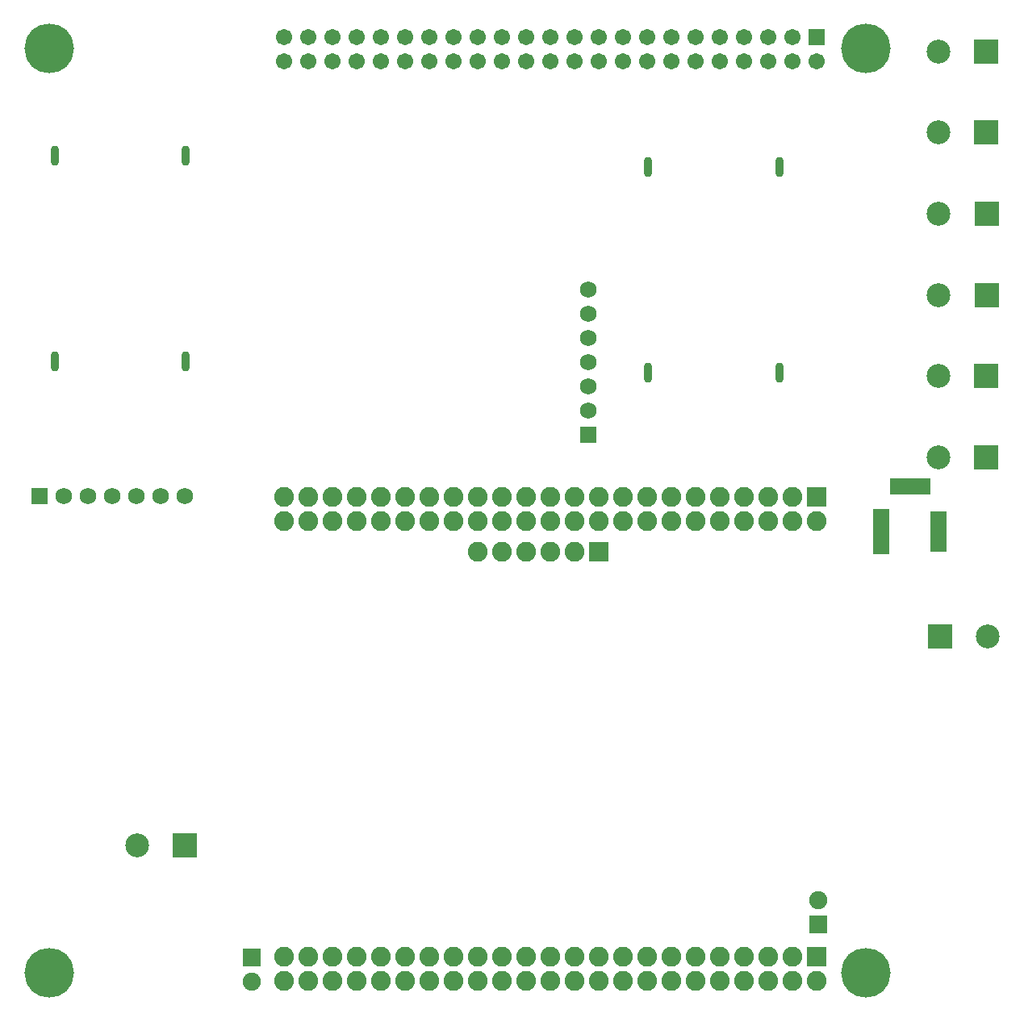
<source format=gbs>
G04*
G04 #@! TF.GenerationSoftware,Altium Limited,Altium Designer,20.1.14 (287)*
G04*
G04 Layer_Color=16711935*
%FSLAX44Y44*%
%MOMM*%
G71*
G04*
G04 #@! TF.SameCoordinates,45AFD5CB-E2DC-46B4-AC03-AB9053879BB0*
G04*
G04*
G04 #@! TF.FilePolarity,Negative*
G04*
G01*
G75*
%ADD98R,1.9032X1.9032*%
%ADD155C,1.7032*%
%ADD156R,1.7032X1.7032*%
%ADD157C,1.9032*%
%ADD158C,2.5032*%
%ADD159R,2.5032X2.5032*%
%ADD160C,2.0828*%
%ADD161R,2.0828X2.0828*%
%ADD162C,1.7332*%
%ADD163R,1.7332X1.7332*%
%ADD164R,1.7332X1.7332*%
%ADD165R,1.7032X4.2192*%
%ADD166R,4.2192X1.7032*%
%ADD167R,1.7032X4.7192*%
%ADD168C,5.2032*%
%ADD169C,0.0508*%
%ADD170C,0.0020*%
G04:AMPARAMS|DCode=198|XSize=2.1mm|YSize=0.8mm|CornerRadius=0.36mm|HoleSize=0mm|Usage=FLASHONLY|Rotation=90.000|XOffset=0mm|YOffset=0mm|HoleType=Round|Shape=RoundedRectangle|*
%AMROUNDEDRECTD198*
21,1,2.1000,0.0800,0,0,90.0*
21,1,1.3800,0.8000,0,0,90.0*
1,1,0.7200,0.0400,0.6900*
1,1,0.7200,0.0400,-0.6900*
1,1,0.7200,-0.0400,-0.6900*
1,1,0.7200,-0.0400,0.6900*
%
%ADD198ROUNDEDRECTD198*%
D98*
X846582Y90932D02*
D03*
X252222Y56388D02*
D03*
D155*
X286766Y996442D02*
D03*
X312166D02*
D03*
X337566D02*
D03*
X362966D02*
D03*
X388366D02*
D03*
X413766D02*
D03*
X439166D02*
D03*
X464566D02*
D03*
X489966D02*
D03*
X515366D02*
D03*
X540766D02*
D03*
X566166D02*
D03*
X591566D02*
D03*
X616966D02*
D03*
X642366D02*
D03*
X667766D02*
D03*
X693166D02*
D03*
X718566D02*
D03*
X743966D02*
D03*
X769366D02*
D03*
X794766D02*
D03*
X820166D02*
D03*
X845566D02*
D03*
X286766Y1021842D02*
D03*
X312166D02*
D03*
X337566D02*
D03*
X362966D02*
D03*
X388366D02*
D03*
X413766D02*
D03*
X439166D02*
D03*
X464566D02*
D03*
X489966D02*
D03*
X515366D02*
D03*
X540766D02*
D03*
X566166D02*
D03*
X591566D02*
D03*
X616966D02*
D03*
X642366D02*
D03*
X667766D02*
D03*
X693166D02*
D03*
X718566D02*
D03*
X743966D02*
D03*
X769366D02*
D03*
X794766D02*
D03*
X820166D02*
D03*
D156*
X845566D02*
D03*
D157*
X846582Y116332D02*
D03*
X252222Y30988D02*
D03*
D158*
X1024744Y393446D02*
D03*
X973220Y922020D02*
D03*
X131972Y173736D02*
D03*
X973220Y666242D02*
D03*
X973474Y836676D02*
D03*
X973220Y1007364D02*
D03*
X973450Y751408D02*
D03*
X973366Y580898D02*
D03*
D159*
X974744Y393446D02*
D03*
X1023220Y922020D02*
D03*
X181972Y173736D02*
D03*
X1023220Y666242D02*
D03*
X1023474Y836676D02*
D03*
X1023220Y1007364D02*
D03*
X1023450Y751408D02*
D03*
X1023366Y580898D02*
D03*
D160*
X820166Y539242D02*
D03*
X845566Y513842D02*
D03*
X794766Y539242D02*
D03*
X743966D02*
D03*
X769366D02*
D03*
X820166Y513842D02*
D03*
X769366D02*
D03*
X794766D02*
D03*
X743966D02*
D03*
X718566Y539242D02*
D03*
X693166Y513842D02*
D03*
X667766Y539242D02*
D03*
X693166D02*
D03*
X591566D02*
D03*
X642366D02*
D03*
X667766Y513842D02*
D03*
X616966Y539242D02*
D03*
X718566Y513842D02*
D03*
X642366D02*
D03*
X616966D02*
D03*
X591566D02*
D03*
Y482092D02*
D03*
X820166Y56642D02*
D03*
X769366D02*
D03*
X794766D02*
D03*
X743966D02*
D03*
X845566Y31242D02*
D03*
X794766D02*
D03*
X820166D02*
D03*
X769366D02*
D03*
X693166Y56642D02*
D03*
X718566D02*
D03*
X667766D02*
D03*
X642366D02*
D03*
X591566D02*
D03*
X616966D02*
D03*
X591566Y31242D02*
D03*
X718566D02*
D03*
X743966D02*
D03*
X693166D02*
D03*
X642366D02*
D03*
X667766D02*
D03*
X616966D02*
D03*
X566166Y539242D02*
D03*
X540766D02*
D03*
X566166Y513842D02*
D03*
X515366Y539242D02*
D03*
X540766Y513842D02*
D03*
X489966Y539242D02*
D03*
X464566D02*
D03*
X439166D02*
D03*
X515366Y513842D02*
D03*
X540766Y482092D02*
D03*
X566166D02*
D03*
X515366D02*
D03*
X489966Y513842D02*
D03*
X439166D02*
D03*
X489966Y482092D02*
D03*
X464566Y513842D02*
D03*
X388366Y539242D02*
D03*
X413766D02*
D03*
X362966D02*
D03*
X312166D02*
D03*
X337566D02*
D03*
X286766D02*
D03*
X388366Y513842D02*
D03*
X413766D02*
D03*
X362966D02*
D03*
X312166D02*
D03*
X337566D02*
D03*
X286766D02*
D03*
X540766Y56642D02*
D03*
X566166D02*
D03*
X489966D02*
D03*
X515366D02*
D03*
X464566D02*
D03*
X439166D02*
D03*
X413766D02*
D03*
X489966Y31242D02*
D03*
X540766D02*
D03*
X566166D02*
D03*
X515366D02*
D03*
X464566D02*
D03*
X439166D02*
D03*
X362966Y56642D02*
D03*
X388366D02*
D03*
X337566D02*
D03*
X312166D02*
D03*
X286766D02*
D03*
X388366Y31242D02*
D03*
X413766D02*
D03*
X362966D02*
D03*
X312166D02*
D03*
X337566D02*
D03*
X286766D02*
D03*
D161*
X845566Y539242D02*
D03*
X616966Y482092D02*
D03*
X845566Y56642D02*
D03*
D162*
X182118Y540258D02*
D03*
X156718D02*
D03*
X131318D02*
D03*
X105918D02*
D03*
X80518D02*
D03*
X55118D02*
D03*
X605790Y757428D02*
D03*
Y732028D02*
D03*
Y706628D02*
D03*
Y681228D02*
D03*
Y655828D02*
D03*
Y630428D02*
D03*
D163*
X29718Y540258D02*
D03*
D164*
X605790Y605028D02*
D03*
D165*
X973102Y503420D02*
D03*
D166*
X943102Y550420D02*
D03*
D167*
X913102Y503420D02*
D03*
D168*
X897000Y1010000D02*
D03*
X39999Y1010000D02*
D03*
Y40000D02*
D03*
X897000D02*
D03*
D169*
X806450Y594899D02*
D03*
X178562Y604942D02*
D03*
X802752Y586994D02*
D03*
X52070Y619760D02*
D03*
X694436Y620268D02*
D03*
X178816Y593852D02*
D03*
D170*
X773137Y691558D02*
D03*
X727696Y900176D02*
D03*
X796731Y657296D02*
D03*
X670138Y657295D02*
D03*
X667456Y899841D02*
D03*
X796988Y883092D02*
D03*
X812398Y664249D02*
D03*
X661257Y665422D02*
D03*
X677433Y880830D02*
D03*
X741433Y709410D02*
D03*
Y717410D02*
D03*
X733433Y717410D02*
D03*
X733433Y709410D02*
D03*
X717433Y717410D02*
D03*
X709433Y709410D02*
D03*
X717433D02*
D03*
X709433Y717410D02*
D03*
X717433Y741410D02*
D03*
X717433Y733410D02*
D03*
X709433Y733410D02*
D03*
Y741410D02*
D03*
X741433D02*
D03*
X733433D02*
D03*
X741433Y733410D02*
D03*
X733433D02*
D03*
X696117Y688382D02*
D03*
X764015Y754410D02*
D03*
X685201Y768145D02*
D03*
X713532Y774374D02*
D03*
X678114Y770851D02*
D03*
X676842Y672543D02*
D03*
X751213Y756739D02*
D03*
X704315Y687078D02*
D03*
X767445Y668836D02*
D03*
X762890Y673974D02*
D03*
X763218Y684902D02*
D03*
X785424Y691062D02*
D03*
X751785Y695289D02*
D03*
X761081Y703079D02*
D03*
X764780Y708970D02*
D03*
X745002Y762687D02*
D03*
X731701Y762614D02*
D03*
X766267Y858067D02*
D03*
X758193Y842284D02*
D03*
X755092Y815641D02*
D03*
X686063Y761443D02*
D03*
X712021Y841039D02*
D03*
X706152Y841039D02*
D03*
X712021Y852505D02*
D03*
Y846772D02*
D03*
X706152Y852505D02*
D03*
Y846772D02*
D03*
X729628Y852505D02*
D03*
X723759D02*
D03*
X717890D02*
D03*
X729628Y846772D02*
D03*
X723759D02*
D03*
X729628Y841039D02*
D03*
X723759D02*
D03*
X717890D02*
D03*
X717348Y824775D02*
D03*
X691590Y846732D02*
D03*
X772601Y823682D02*
D03*
X695028Y831562D02*
D03*
X694402Y760853D02*
D03*
X779222Y862895D02*
D03*
X691502Y853888D02*
D03*
X788730Y838429D02*
D03*
X699006Y860010D02*
D03*
X714208Y674304D02*
D03*
X667415Y938387D02*
D03*
X682831Y938471D02*
D03*
X699336Y938555D02*
D03*
X683082Y924396D02*
D03*
X667248Y925569D02*
D03*
X699168Y923809D02*
D03*
X709516Y938220D02*
D03*
X666954Y908555D02*
D03*
X682705D02*
D03*
X695859Y909057D02*
D03*
X706331Y907549D02*
D03*
X716301Y912073D02*
D03*
X715966Y905538D02*
D03*
X715882Y899758D02*
D03*
X716217Y894312D02*
D03*
X715128Y889201D02*
D03*
X706582Y899422D02*
D03*
X705074Y891715D02*
D03*
X693764Y895904D02*
D03*
X699962Y883420D02*
D03*
X684044Y900009D02*
D03*
X713913Y883002D02*
D03*
X714081Y875629D02*
D03*
X704823Y875796D02*
D03*
X688568Y882080D02*
D03*
X666792Y870860D02*
D03*
X666959Y859633D02*
D03*
Y845390D02*
D03*
X666871Y836167D02*
D03*
X676255Y833570D02*
D03*
X666870Y827789D02*
D03*
X663854Y818657D02*
D03*
X662430Y808101D02*
D03*
X673322Y818071D02*
D03*
X676254Y826449D02*
D03*
X683794Y823600D02*
D03*
X685973Y814384D02*
D03*
X691335Y810111D02*
D03*
X697200Y804833D02*
D03*
X716804Y806257D02*
D03*
X691084Y795701D02*
D03*
X686057Y801398D02*
D03*
X677176Y796120D02*
D03*
X670641Y804498D02*
D03*
X676255Y810530D02*
D03*
X706415Y787742D02*
D03*
X695272Y787240D02*
D03*
X686056Y790591D02*
D03*
X673992Y788329D02*
D03*
X670598Y708820D02*
D03*
X671647Y697594D02*
D03*
X670809Y684357D02*
D03*
X755009Y673758D02*
D03*
X804690Y735211D02*
D03*
X804481Y748491D02*
D03*
X802847Y760514D02*
D03*
X803517Y773499D02*
D03*
X796144Y784810D02*
D03*
X794887Y793355D02*
D03*
X812398Y793020D02*
D03*
X804481Y787030D02*
D03*
X780478Y802195D02*
D03*
X768035Y800102D02*
D03*
X738504Y810405D02*
D03*
X734482Y794194D02*
D03*
X733778Y805638D02*
D03*
X742943Y816144D02*
D03*
X787347Y811285D02*
D03*
X812063Y823434D02*
D03*
X805779Y811453D02*
D03*
X791285Y856107D02*
D03*
X811895Y855604D02*
D03*
X801422Y867334D02*
D03*
X789942Y866664D02*
D03*
X787096Y880907D02*
D03*
X794469Y874037D02*
D03*
X784499Y892804D02*
D03*
X776959Y904700D02*
D03*
X771932Y897662D02*
D03*
X764057Y905035D02*
D03*
X758695Y898081D02*
D03*
X757186Y880488D02*
D03*
X748808Y881242D02*
D03*
X744536Y897328D02*
D03*
X727361Y889452D02*
D03*
X727780Y894982D02*
D03*
X790699Y907214D02*
D03*
X806366Y906292D02*
D03*
X790531Y918189D02*
D03*
X806031Y918775D02*
D03*
X806198Y929248D02*
D03*
X790699Y928661D02*
D03*
X790447Y939470D02*
D03*
X805946Y938967D02*
D03*
X717890Y846772D02*
D03*
X725433Y725410D02*
D03*
Y733410D02*
D03*
X725433Y741410D02*
D03*
Y717410D02*
D03*
Y709410D02*
D03*
X733433Y725410D02*
D03*
X741433D02*
D03*
X717433Y725410D02*
D03*
X709433D02*
D03*
X719318Y670199D02*
D03*
X779479Y705553D02*
D03*
X769007Y719460D02*
D03*
X709013Y806090D02*
D03*
X143600Y869680D02*
D03*
X76339Y871623D02*
D03*
X166063Y850042D02*
D03*
X68835Y865501D02*
D03*
X156555Y874508D02*
D03*
X122335Y774300D02*
D03*
X109034Y774227D02*
D03*
X142113Y720583D02*
D03*
X138414Y714692D02*
D03*
X129118Y706902D02*
D03*
X162757Y702675D02*
D03*
X140551Y696515D02*
D03*
X140223Y685587D02*
D03*
X144778Y680449D02*
D03*
X81648Y698691D02*
D03*
X128546Y768352D02*
D03*
X54175Y684156D02*
D03*
X149934Y835295D02*
D03*
X72361Y843175D02*
D03*
X71735Y772466D02*
D03*
X63396Y773056D02*
D03*
X132425Y827254D02*
D03*
X55447Y782464D02*
D03*
X90865Y785987D02*
D03*
X62534Y779758D02*
D03*
X68923Y858345D02*
D03*
X141348Y766023D02*
D03*
X150470Y703171D02*
D03*
X73450Y699995D02*
D03*
X94681Y836388D02*
D03*
X135526Y853897D02*
D03*
X91541Y685917D02*
D03*
X44748Y950000D02*
D03*
X60164Y950084D02*
D03*
X76669Y950168D02*
D03*
X60415Y936009D02*
D03*
X44581Y937182D02*
D03*
X76501Y935422D02*
D03*
X86849Y949833D02*
D03*
X44287Y920168D02*
D03*
X60038D02*
D03*
X73192Y920670D02*
D03*
X83664Y919162D02*
D03*
X93634Y923686D02*
D03*
X93299Y917151D02*
D03*
X93215Y911371D02*
D03*
X93550Y905925D02*
D03*
X92461Y900814D02*
D03*
X83915Y911035D02*
D03*
X82407Y903328D02*
D03*
X71097Y907517D02*
D03*
X44789Y911454D02*
D03*
X54766Y892443D02*
D03*
X77295Y895033D02*
D03*
X61377Y911622D02*
D03*
X91246Y894615D02*
D03*
X91414Y887242D02*
D03*
X82156Y887409D02*
D03*
X65901Y893693D02*
D03*
X44125Y882473D02*
D03*
X44292Y871246D02*
D03*
Y857003D02*
D03*
X44204Y847780D02*
D03*
X53588Y845183D02*
D03*
X44203Y839402D02*
D03*
X41187Y830270D02*
D03*
X39763Y819714D02*
D03*
X50655Y829684D02*
D03*
X53587Y838062D02*
D03*
X61127Y835213D02*
D03*
X63306Y825997D02*
D03*
X68668Y821724D02*
D03*
X74533Y816446D02*
D03*
X94137Y817870D02*
D03*
X68417Y807314D02*
D03*
X63390Y813011D02*
D03*
X54509Y807733D02*
D03*
X47974Y816111D02*
D03*
X53588Y822143D02*
D03*
X83748Y799355D02*
D03*
X72605Y798853D02*
D03*
X63389Y802204D02*
D03*
X51325Y799942D02*
D03*
X47931Y720433D02*
D03*
X48980Y709207D02*
D03*
X48142Y695970D02*
D03*
X38590Y677035D02*
D03*
X47471Y668908D02*
D03*
X174064Y668909D02*
D03*
X189731Y675862D02*
D03*
X132342Y685371D02*
D03*
X182023Y746824D02*
D03*
X181814Y760104D02*
D03*
X180180Y772127D02*
D03*
X180850Y785112D02*
D03*
X173477Y796423D02*
D03*
X172220Y804968D02*
D03*
X189731Y804633D02*
D03*
X181814Y798643D02*
D03*
X157811Y813808D02*
D03*
X145368Y811715D02*
D03*
X115837Y822018D02*
D03*
X111815Y805807D02*
D03*
X111111Y817251D02*
D03*
X120276Y827757D02*
D03*
X164680Y822898D02*
D03*
X189396Y835047D02*
D03*
X183112Y823066D02*
D03*
X168618Y867720D02*
D03*
X189228Y867217D02*
D03*
X178755Y878947D02*
D03*
X167275Y878277D02*
D03*
X164429Y892520D02*
D03*
X174321Y894705D02*
D03*
X171802Y885650D02*
D03*
X161832Y904417D02*
D03*
X154292Y916313D02*
D03*
X149265Y909275D02*
D03*
X141390Y916648D02*
D03*
X136028Y909694D02*
D03*
X134519Y892101D02*
D03*
X126141Y892855D02*
D03*
X121869Y908941D02*
D03*
X104694Y901065D02*
D03*
X105113Y906595D02*
D03*
X105029Y911789D02*
D03*
X168032Y918827D02*
D03*
X183699Y917905D02*
D03*
X167864Y929802D02*
D03*
X183364Y930388D02*
D03*
X183531Y940861D02*
D03*
X168032Y940274D02*
D03*
X167780Y951083D02*
D03*
X183279Y950580D02*
D03*
X95223Y858385D02*
D03*
Y864118D02*
D03*
X102766Y737023D02*
D03*
X101092Y858385D02*
D03*
X106961D02*
D03*
X89354D02*
D03*
X83485D02*
D03*
X95223Y852652D02*
D03*
X83485Y852652D02*
D03*
X89354Y852652D02*
D03*
X83485Y864118D02*
D03*
X89354D02*
D03*
X106961D02*
D03*
X101092D02*
D03*
X106961Y852652D02*
D03*
X101092D02*
D03*
X102766Y745023D02*
D03*
X102766Y753023D02*
D03*
Y729023D02*
D03*
Y721023D02*
D03*
X110766D02*
D03*
X110766Y729023D02*
D03*
X110766Y745023D02*
D03*
X110766Y753023D02*
D03*
Y737023D02*
D03*
X118766Y721023D02*
D03*
Y729023D02*
D03*
Y745023D02*
D03*
Y753023D02*
D03*
Y737023D02*
D03*
X94766Y721023D02*
D03*
Y745023D02*
D03*
X94766Y753023D02*
D03*
Y737023D02*
D03*
X86766Y721023D02*
D03*
X86766Y729023D02*
D03*
Y745023D02*
D03*
Y753023D02*
D03*
Y737023D02*
D03*
X96651Y681812D02*
D03*
X156812Y717166D02*
D03*
X146340Y731073D02*
D03*
X94766Y729023D02*
D03*
X86346Y817703D02*
D03*
D198*
X806055Y886277D02*
D03*
X668575D02*
D03*
X668575Y670207D02*
D03*
X806055D02*
D03*
X183388Y681820D02*
D03*
X45908D02*
D03*
X45908Y897890D02*
D03*
X183388D02*
D03*
M02*

</source>
